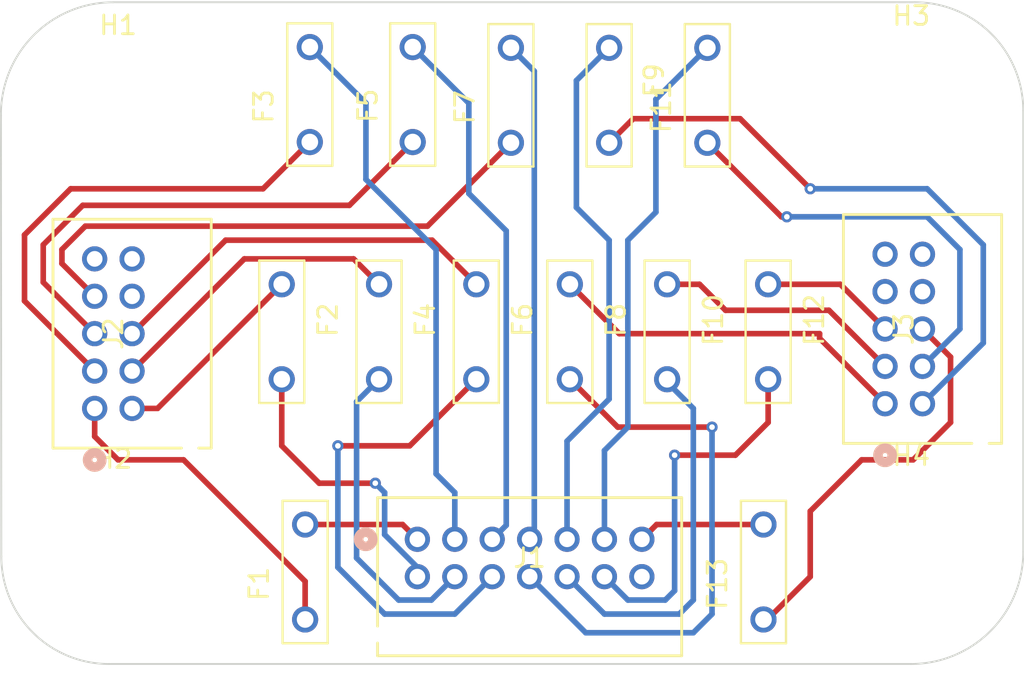
<source format=kicad_pcb>
(kicad_pcb (version 20241229) (generator "pcbnew") (generator_version "9.0")
  (layers (0 "F.Cu" signal) (2 "B.Cu" signal) (13 "F.Paste" user) (15 "B.Paste" user) (5 "F.SilkS" user "F.Silkscreen") (7 "B.SilkS" user "B.Silkscreen") (1 "F.Mask" user) (3 "B.Mask" user) (25 "Edge.Cuts" user))
  (net 0 "")
  (net 1 "Net-(F12-Pad2)")
  (net 2 "Net-(F8-Pad2)")
  (net 3 "Net-(F7-Pad2)")
  (net 4 "Net-(F9-Pad2)")
  (net 5 "Net-(F3-Pad2)")
  (net 6 "Net-(F11-Pad2)")
  (net 7 "Net-(F4-Pad2)")
  (net 8 "Net-(F2-Pad2)")
  (net 9 "Net-(F13-Pad2)")
  (net 10 "Net-(F6-Pad2)")
  (net 11 "Net-(F1-Pad2)")
  (net 12 "Net-(F5-Pad2)")
  (net 13 "Net-(F10-Pad2)")
  (net 14 "Net-(F13-Pad1)")
  (net 15 "Net-(F10-Pad1)")
  (net 16 "Net-(F12-Pad1)")
  (net 17 "Net-(F11-Pad1)")
  (net 18 "Net-(F9-Pad1)")
  (net 19 "Net-(F1-Pad1)")
  (net 20 "Net-(F5-Pad1)")
  (net 21 "Net-(F3-Pad1)")
  (net 22 "Net-(F6-Pad1)")
  (net 23 "Net-(F8-Pad1)")
  (net 24 "Net-(F4-Pad1)")
  (net 25 "Net-(F7-Pad1)")
  (net 26 "Net-(F2-Pad1)")
  (footprint "BK_PCS:FUSE_BK_PCS" (layer "F.Cu") (at 68.5 81.75 90)
    (property "Reference" "F11" (at -0.635 -2.465 270) (layer "F.SilkS"))
    (property "Value" "Fuse")
    (fp_line (start 3.81 -1.205) (end 3.81 1.205) (stroke (width 0.127)) (layer "F.SilkS"))
    (fp_line (start -3.81 -1.205) (end 3.81 -1.205) (stroke (width 0.127)) (layer "F.SilkS"))
    (fp_line (start 3.81 1.205) (end -3.81 1.205) (stroke (width 0.127)) (layer "F.SilkS"))
    (fp_line (start -3.81 1.205) (end -3.81 -1.205) (stroke (width 0.127)) (layer "F.SilkS"))
    (pad "1" thru_hole circle (at -2.54 0 90) (size 1.397 1.397) (drill 0.889) (layers "*.Cu" "*.Mask") (net 17 "Net-(F11-Pad1)"))
    (pad "2" thru_hole circle (at 2.54 0 90) (size 1.397 1.397) (drill 0.889) (layers "*.Cu" "*.Mask") (net 6 "Net-(F11-Pad2)"))
  )
  (footprint "BK_PCS:FUSE_BK_PCS" (layer "F.Cu") (at 71.5 107.25 90)
    (property "Reference" "F13" (at -0.635 -2.465 90) (layer "F.SilkS"))
    (property "Value" "Fuse")
    (fp_line (start 3.81 -1.205) (end 3.81 1.205) (stroke (width 0.127)) (layer "F.SilkS"))
    (fp_line (start -3.81 -1.205) (end 3.81 -1.205) (stroke (width 0.127)) (layer "F.SilkS"))
    (fp_line (start 3.81 1.205) (end -3.81 1.205) (stroke (width 0.127)) (layer "F.SilkS"))
    (fp_line (start -3.81 1.205) (end -3.81 -1.205) (stroke (width 0.127)) (layer "F.SilkS"))
    (pad "1" thru_hole circle (at -2.54 0 90) (size 1.397 1.397) (drill 0.889) (layers "*.Cu" "*.Mask") (net 14 "Net-(F13-Pad1)"))
    (pad "2" thru_hole circle (at 2.54 0 90) (size 1.397 1.397) (drill 0.889) (layers "*.Cu" "*.Mask") (net 9 "Net-(F13-Pad2)"))
  )
  (footprint "BK_PCS:FUSE_BK_PCS" (layer "F.Cu") (at 47 107.25 90)
    (property "Reference" "F1" (at -0.635 -2.465 90) (layer "F.SilkS"))
    (property "Value" "Fuse")
    (fp_line (start 3.81 -1.205) (end 3.81 1.205) (stroke (width 0.127)) (layer "F.SilkS"))
    (fp_line (start -3.81 -1.205) (end 3.81 -1.205) (stroke (width 0.127)) (layer "F.SilkS"))
    (fp_line (start 3.81 1.205) (end -3.81 1.205) (stroke (width 0.127)) (layer "F.SilkS"))
    (fp_line (start -3.81 1.205) (end -3.81 -1.205) (stroke (width 0.127)) (layer "F.SilkS"))
    (pad "1" thru_hole circle (at -2.54 0 90) (size 1.397 1.397) (drill 0.889) (layers "*.Cu" "*.Mask") (net 19 "Net-(F1-Pad1)"))
    (pad "2" thru_hole circle (at 2.54 0 90) (size 1.397 1.397) (drill 0.889) (layers "*.Cu" "*.Mask") (net 11 "Net-(F1-Pad2)"))
  )
  (footprint "BK_PCS:FUSE_BK_PCS" (layer "F.Cu") (at 61.15 94.400002 -90)
    (property "Reference" "F8" (at -0.635 -2.465 90) (layer "F.SilkS"))
    (property "Value" "Fuse")
    (fp_line (start -3.81 1.205) (end -3.81 -1.205) (stroke (width 0.127)) (layer "F.SilkS"))
    (fp_line (start 3.81 1.205) (end -3.81 1.205) (stroke (width 0.127)) (layer "F.SilkS"))
    (fp_line (start -3.81 -1.205) (end 3.81 -1.205) (stroke (width 0.127)) (layer "F.SilkS"))
    (fp_line (start 3.81 -1.205) (end 3.81 1.205) (stroke (width 0.127)) (layer "F.SilkS"))
    (pad "1" thru_hole circle (at -2.54 0 270) (size 1.397 1.397) (drill 0.889) (layers "*.Cu" "*.Mask") (net 23 "Net-(F8-Pad1)"))
    (pad "2" thru_hole circle (at 2.54 0 270) (size 1.397 1.397) (drill 0.889) (layers "*.Cu" "*.Mask") (net 2 "Net-(F8-Pad2)"))
  )
  (footprint "MountingHole:MountingHole_4.3mm_M4" (layer "F.Cu") (at 36.75 106.5)
    (property "Reference" "H2" (at 0 -5.3 0) (layer "F.SilkS"))
    (property "Value" "MountingHole")
    (pad "" np_thru_hole circle (at 0 0) (size 4.3 4.3) (drill 4.3) (layers "*.Cu" "*.Mask"))
  )
  (footprint "BK_PCS:FUSE_BK_PCS" (layer "F.Cu") (at 56.15 94.400002 -90)
    (property "Reference" "F6" (at -0.635 -2.465 90) (layer "F.SilkS"))
    (property "Value" "Fuse")
    (fp_line (start -3.81 1.205) (end -3.81 -1.205) (stroke (width 0.127)) (layer "F.SilkS"))
    (fp_line (start 3.81 1.205) (end -3.81 1.205) (stroke (width 0.127)) (layer "F.SilkS"))
    (fp_line (start -3.81 -1.205) (end 3.81 -1.205) (stroke (width 0.127)) (layer "F.SilkS"))
    (fp_line (start 3.81 -1.205) (end 3.81 1.205) (stroke (width 0.127)) (layer "F.SilkS"))
    (pad "1" thru_hole circle (at -2.54 0 270) (size 1.397 1.397) (drill 0.889) (layers "*.Cu" "*.Mask") (net 22 "Net-(F6-Pad1)"))
    (pad "2" thru_hole circle (at 2.54 0 270) (size 1.397 1.397) (drill 0.889) (layers "*.Cu" "*.Mask") (net 10 "Net-(F6-Pad2)"))
  )
  (footprint "BK_PCS:FUSE_BK_PCS" (layer "F.Cu") (at 58 81.75 90)
    (property "Reference" "F7" (at -0.635 -2.465 90) (layer "F.SilkS"))
    (property "Value" "Fuse")
    (fp_line (start 3.81 -1.205) (end 3.81 1.205) (stroke (width 0.127)) (layer "F.SilkS"))
    (fp_line (start -3.81 -1.205) (end 3.81 -1.205) (stroke (width 0.127)) (layer "F.SilkS"))
    (fp_line (start 3.81 1.205) (end -3.81 1.205) (stroke (width 0.127)) (layer "F.SilkS"))
    (fp_line (start -3.81 1.205) (end -3.81 -1.205) (stroke (width 0.127)) (layer "F.SilkS"))
    (pad "1" thru_hole circle (at -2.54 0 90) (size 1.397 1.397) (drill 0.889) (layers "*.Cu" "*.Mask") (net 25 "Net-(F7-Pad1)"))
    (pad "2" thru_hole circle (at 2.54 0 90) (size 1.397 1.397) (drill 0.889) (layers "*.Cu" "*.Mask") (net 3 "Net-(F7-Pad2)"))
  )
  (footprint "BK_PCS:FUSE_BK_PCS" (layer "F.Cu") (at 71.75 94.400002 -90)
    (property "Reference" "F12" (at -0.635 -2.465 90) (layer "F.SilkS"))
    (property "Value" "Fuse")
    (fp_line (start -3.81 1.205) (end -3.81 -1.205) (stroke (width 0.127)) (layer "F.SilkS"))
    (fp_line (start 3.81 1.205) (end -3.81 1.205) (stroke (width 0.127)) (layer "F.SilkS"))
    (fp_line (start -3.81 -1.205) (end 3.81 -1.205) (stroke (width 0.127)) (layer "F.SilkS"))
    (fp_line (start 3.81 -1.205) (end 3.81 1.205) (stroke (width 0.127)) (layer "F.SilkS"))
    (pad "1" thru_hole circle (at -2.54 0 270) (size 1.397 1.397) (drill 0.889) (layers "*.Cu" "*.Mask") (net 16 "Net-(F12-Pad1)"))
    (pad "2" thru_hole circle (at 2.54 0 270) (size 1.397 1.397) (drill 0.889) (layers "*.Cu" "*.Mask") (net 1 "Net-(F12-Pad2)"))
  )
  (footprint "MountingHole:MountingHole_4.3mm_M4" (layer "F.Cu") (at 36.75 82.95)
    (property "Reference" "H1" (at 0.25 -4.95 0) (layer "F.SilkS"))
    (property "Value" "MountingHole")
    (pad "" np_thru_hole circle (at 0 0) (size 4.3 4.3) (drill 4.3) (layers "*.Cu" "*.Mask"))
  )
  (footprint "iGrid_14:CONN14_5016451420_MOL" (layer "F.Cu") (at 52.999999 105.5)
    (property "Reference" "J1" (at 6.000001 1 0) (layer "F.SilkS"))
    (property "Value" "5016451420")
    (fp_line (start -2.127999 -2.226999) (end -2.127999 4.650251) (stroke (width 0.1524)) (layer "F.SilkS"))
    (fp_line (start -2.127999 5.549748) (end -2.127999 6.231201) (stroke (width 0.1524)) (layer "F.SilkS"))
    (fp_line (start -2.127999 6.231201) (end 14.128001 6.231201) (stroke (width 0.1524)) (layer "F.SilkS"))
    (fp_line (start 14.128001 -2.226999) (end -2.127999 -2.226999) (stroke (width 0.1524)) (layer "F.SilkS"))
    (fp_line (start 14.128001 6.231201) (end 14.128001 -2.226999) (stroke (width 0.1524)) (layer "F.SilkS"))
    (fp_circle (center -2.762999 0) (end -2.381999 0) (stroke (width 0.508)) (fill no) (layer "F.SilkS"))
    (fp_circle (center -2.762999 0) (end -2.381999 0) (stroke (width 0.508)) (fill no) (layer "B.SilkS"))
    (pad "" np_thru_hole circle (at -1.2 5.099999) (size 1.397 1.397) (drill 1.397) (layers "*.Cu" "*.Mask"))
    (pad "1" thru_hole circle (at 0 0) (size 1.3462 1.3462) (drill 0.8382) (layers "*.Cu" "*.Mask") (net 11 "Net-(F1-Pad2)"))
    (pad "2" thru_hole circle (at 0 2.000001) (size 1.3462 1.3462) (drill 0.8382) (layers "*.Cu" "*.Mask") (net 8 "Net-(F2-Pad2)"))
    (pad "3" thru_hole circle (at 2.000001 0) (size 1.3462 1.3462) (drill 0.8382) (layers "*.Cu" "*.Mask") (net 5 "Net-(F3-Pad2)"))
    (pad "4" thru_hole circle (at 2.000001 2.000001) (size 1.3462 1.3462) (drill 0.8382) (layers "*.Cu" "*.Mask") (net 7 "Net-(F4-Pad2)"))
    (pad "5" thru_hole circle (at 4 0) (size 1.3462 1.3462) (drill 0.8382) (layers "*.Cu" "*.Mask") (net 12 "Net-(F5-Pad2)"))
    (pad "6" thru_hole circle (at 4 2.000001) (size 1.3462 1.3462) (drill 0.8382) (layers "*.Cu" "*.Mask") (net 10 "Net-(F6-Pad2)"))
    (pad "7" thru_hole circle (at 6.000001 0) (size 1.3462 1.3462) (drill 0.8382) (layers "*.Cu" "*.Mask") (net 3 "Net-(F7-Pad2)"))
    (pad "8" thru_hole circle (at 6.000001 2.000001) (size 1.3462 1.3462) (drill 0.8382) (layers "*.Cu" "*.Mask") (net 2 "Net-(F8-Pad2)"))
    (pad "9" thru_hole circle (at 8.000002 0) (size 1.3462 1.3462) (drill 0.8382) (layers "*.Cu" "*.Mask") (net 4 "Net-(F9-Pad2)"))
    (pad "10" thru_hole circle (at 8.000002 2.000001) (size 1.3462 1.3462) (drill 0.8382) (layers "*.Cu" "*.Mask") (net 13 "Net-(F10-Pad2)"))
    (pad "11" thru_hole circle (at 10 0) (size 1.3462 1.3462) (drill 0.8382) (layers "*.Cu" "*.Mask") (net 6 "Net-(F11-Pad2)"))
    (pad "12" thru_hole circle (at 10 2.000001) (size 1.3462 1.3462) (drill 0.8382) (layers "*.Cu" "*.Mask") (net 1 "Net-(F12-Pad2)"))
    (pad "13" thru_hole circle (at 12.000002 0) (size 1.3462 1.3462) (drill 0.8382) (layers "*.Cu" "*.Mask") (net 9 "Net-(F13-Pad2)"))
    (pad "14" thru_hole circle (at 12.000002 2.000001) (size 1.3462 1.3462) (drill 0.8382) (layers "*.Cu" "*.Mask"))
  )
  (footprint "MountingHole:MountingHole_4.3mm_M4" (layer "F.Cu") (at 79.4 82.8)
    (property "Reference" "H3" (at 0 -5.3 0) (layer "F.SilkS"))
    (property "Value" "MountingHole")
    (pad "" np_thru_hole circle (at 0 0) (size 4.3 4.3) (drill 4.3) (layers "*.Cu" "*.Mask"))
  )
  (footprint "BK_PCS:FUSE_BK_PCS" (layer "F.Cu") (at 52.75 81.71 90)
    (property "Reference" "F5" (at -0.6 -2.4 270) (layer "F.SilkS"))
    (property "Value" "Fuse")
    (fp_line (start 3.81 -1.205) (end 3.81 1.205) (stroke (width 0.127)) (layer "F.SilkS"))
    (fp_line (start -3.81 -1.205) (end 3.81 -1.205) (stroke (width 0.127)) (layer "F.SilkS"))
    (fp_line (start 3.81 1.205) (end -3.81 1.205) (stroke (width 0.127)) (layer "F.SilkS"))
    (fp_line (start -3.81 1.205) (end -3.81 -1.205) (stroke (width 0.127)) (layer "F.SilkS"))
    (pad "1" thru_hole circle (at -2.54 0 90) (size 1.397 1.397) (drill 0.889) (layers "*.Cu" "*.Mask") (net 20 "Net-(F5-Pad1)"))
    (pad "2" thru_hole circle (at 2.54 0 90) (size 1.397 1.397) (drill 0.889) (layers "*.Cu" "*.Mask") (net 12 "Net-(F5-Pad2)"))
  )
  (footprint "BK_PCS:FUSE_BK_PCS" (layer "F.Cu") (at 66.35 94.400002 -90)
    (property "Reference" "F10" (at -0.635 -2.465 90) (layer "F.SilkS"))
    (property "Value" "Fuse")
    (fp_line (start -3.81 1.205) (end -3.81 -1.205) (stroke (width 0.127)) (layer "F.SilkS"))
    (fp_line (start 3.81 1.205) (end -3.81 1.205) (stroke (width 0.127)) (layer "F.SilkS"))
    (fp_line (start -3.81 -1.205) (end 3.81 -1.205) (stroke (width 0.127)) (layer "F.SilkS"))
    (fp_line (start 3.81 -1.205) (end 3.81 1.205) (stroke (width 0.127)) (layer "F.SilkS"))
    (pad "1" thru_hole circle (at -2.54 0 270) (size 1.397 1.397) (drill 0.889) (layers "*.Cu" "*.Mask") (net 15 "Net-(F10-Pad1)"))
    (pad "2" thru_hole circle (at 2.54 0 270) (size 1.397 1.397) (drill 0.889) (layers "*.Cu" "*.Mask") (net 13 "Net-(F10-Pad2)"))
  )
  (footprint "BK_PCS:FUSE_BK_PCS" (layer "F.Cu") (at 50.95 94.400002 -90)
    (property "Reference" "F4" (at -0.635 -2.465 90) (layer "F.SilkS"))
    (property "Value" "Fuse")
    (fp_line (start -3.81 1.205) (end -3.81 -1.205) (stroke (width 0.127)) (layer "F.SilkS"))
    (fp_line (start 3.81 1.205) (end -3.81 1.205) (stroke (width 0.127)) (layer "F.SilkS"))
    (fp_line (start -3.81 -1.205) (end 3.81 -1.205) (stroke (width 0.127)) (layer "F.SilkS"))
    (fp_line (start 3.81 -1.205) (end 3.81 1.205) (stroke (width 0.127)) (layer "F.SilkS"))
    (pad "1" thru_hole circle (at -2.54 0 270) (size 1.397 1.397) (drill 0.889) (layers "*.Cu" "*.Mask") (net 24 "Net-(F4-Pad1)"))
    (pad "2" thru_hole circle (at 2.54 0 270) (size 1.397 1.397) (drill 0.889) (layers "*.Cu" "*.Mask") (net 7 "Net-(F4-Pad2)"))
  )
  (footprint "MountingHole:MountingHole_4.3mm_M4" (layer "F.Cu") (at 79.4 106.35)
    (property "Reference" "H4" (at 0 -5.3 0) (layer "F.SilkS"))
    (property "Value" "MountingHole")
    (pad "" np_thru_hole circle (at 0 0) (size 4.3 4.3) (drill 4.3) (layers "*.Cu" "*.Mask"))
  )
  (footprint "BK_PCS:FUSE_BK_PCS" (layer "F.Cu") (at 45.75 94.400002 -90)
    (property "Reference" "F2" (at -0.635 -2.465 90) (layer "F.SilkS"))
    (property "Value" "Fuse")
    (fp_line (start -3.81 1.205) (end -3.81 -1.205) (stroke (width 0.127)) (layer "F.SilkS"))
    (fp_line (start 3.81 1.205) (end -3.81 1.205) (stroke (width 0.127)) (layer "F.SilkS"))
    (fp_line (start -3.81 -1.205) (end 3.81 -1.205) (stroke (width 0.127)) (layer "F.SilkS"))
    (fp_line (start 3.81 -1.205) (end 3.81 1.205) (stroke (width 0.127)) (layer "F.SilkS"))
    (pad "1" thru_hole circle (at -2.54 0 270) (size 1.397 1.397) (drill 0.889) (layers "*.Cu" "*.Mask") (net 26 "Net-(F2-Pad1)"))
    (pad "2" thru_hole circle (at 2.54 0 270) (size 1.397 1.397) (drill 0.889) (layers "*.Cu" "*.Mask") (net 8 "Net-(F2-Pad2)"))
  )
  (footprint "iGrid_10:CONN10_5016451020_MOL" (layer "F.Cu") (at 77.999999 98.25 90)
    (property "Reference" "J3" (at 4 1 90) (layer "F.SilkS"))
    (property "Value" "5016451020")
    (fp_line (start 10.1214 -2.226999) (end -2.1214 -2.226999) (stroke (width 0.1524)) (layer "F.SilkS"))
    (fp_line (start -2.1214 -2.226999) (end -2.1214 4.636882) (stroke (width 0.1524)) (layer "F.SilkS"))
    (fp_line (start -2.1214 5.563117) (end -2.1214 6.231201) (stroke (width 0.1524)) (layer "F.SilkS"))
    (fp_line (start 10.1214 6.231201) (end 10.1214 -2.226999) (stroke (width 0.1524)) (layer "F.SilkS"))
    (fp_line (start -2.1214 6.231201) (end 10.1214 6.231201) (stroke (width 0.1524)) (layer "F.SilkS"))
    (fp_circle (center -2.7564 0) (end -2.3754 0) (stroke (width 0.508)) (fill no) (layer "F.SilkS"))
    (fp_circle (center -2.7564 0) (end -2.3754 0) (stroke (width 0.508)) (fill no) (layer "B.SilkS"))
    (pad "" np_thru_hole circle (at -1.2 5.099999 90) (size 1.397 1.397) (drill 1.397) (layers "*.Cu" "*.Mask"))
    (pad "1" thru_hole circle (at 0 0 90) (size 1.3462 1.3462) (drill 0.8382) (layers "*.Cu" "*.Mask") (net 23 "Net-(F8-Pad1)"))
    (pad "2" thru_hole circle (at 0 2.000001 90) (size 1.3462 1.3462) (drill 0.8382) (layers "*.Cu" "*.Mask") (net 18 "Net-(F9-Pad1)"))
    (pad "3" thru_hole circle (at 1.999999 0 90) (size 1.3462 1.3462) (drill 0.8382) (layers "*.Cu" "*.Mask") (net 15 "Net-(F10-Pad1)"))
    (pad "4" thru_hole circle (at 1.999999 2.000001 90) (size 1.3462 1.3462) (drill 0.8382) (layers "*.Cu" "*.Mask") (net 17 "Net-(F11-Pad1)"))
    (pad "5" thru_hole circle (at 4 0 90) (size 1.3462 1.3462) (drill 0.8382) (layers "*.Cu" "*.Mask") (net 16 "Net-(F12-Pad1)"))
    (pad "6" thru_hole circle (at 4 2.000001 90) (size 1.3462 1.3462) (drill 0.8382) (layers "*.Cu" "*.Mask") (net 14 "Net-(F13-Pad1)"))
    (pad "7" thru_hole circle (at 6.000001 0 90) (size 1.3462 1.3462) (drill 0.8382) (layers "*.Cu" "*.Mask"))
    (pad "8" thru_hole circle (at 6.000001 2.000001 90) (size 1.3462 1.3462) (drill 0.8382) (layers "*.Cu" "*.Mask"))
    (pad "9" thru_hole circle (at 7.999999 0 90) (size 1.3462 1.3462) (drill 0.8382) (layers "*.Cu" "*.Mask"))
    (pad "10" thru_hole circle (at 7.999999 2.000001 90) (size 1.3462 1.3462) (drill 0.8382) (layers "*.Cu" "*.Mask"))
  )
  (footprint "BK_PCS:FUSE_BK_PCS" (layer "F.Cu") (at 47.25 81.71 90)
    (property "Reference" "F3" (at -0.635 -2.465 270) (layer "F.SilkS"))
    (property "Value" "Fuse")
    (fp_line (start 3.81 -1.205) (end 3.81 1.205) (stroke (width 0.127)) (layer "F.SilkS"))
    (fp_line (start -3.81 -1.205) (end 3.81 -1.205) (stroke (width 0.127)) (layer "F.SilkS"))
    (fp_line (start 3.81 1.205) (end -3.81 1.205) (stroke (width 0.127)) (layer "F.SilkS"))
    (fp_line (start -3.81 1.205) (end -3.81 -1.205) (stroke (width 0.127)) (layer "F.SilkS"))
    (pad "1" thru_hole circle (at -2.54 0 90) (size 1.397 1.397) (drill 0.889) (layers "*.Cu" "*.Mask") (net 21 "Net-(F3-Pad1)"))
    (pad "2" thru_hole circle (at 2.54 0 90) (size 1.397 1.397) (drill 0.889) (layers "*.Cu" "*.Mask") (net 5 "Net-(F3-Pad2)"))
  )
  (footprint "iGrid_10:CONN10_5016451020_MOL" (layer "F.Cu") (at 35.749999 98.500001 90)
    (property "Reference" "J2" (at 4 1 90) (layer "F.SilkS"))
    (property "Value" "5016451020")
    (fp_line (start 10.1214 -2.226999) (end -2.1214 -2.226999) (stroke (width 0.1524)) (layer "F.SilkS"))
    (fp_line (start -2.1214 -2.226999) (end -2.1214 4.636882) (stroke (width 0.1524)) (layer "F.SilkS"))
    (fp_line (start -2.1214 5.563117) (end -2.1214 6.231201) (stroke (width 0.1524)) (layer "F.SilkS"))
    (fp_line (start 10.1214 6.231201) (end 10.1214 -2.226999) (stroke (width 0.1524)) (layer "F.SilkS"))
    (fp_line (start -2.1214 6.231201) (end 10.1214 6.231201) (stroke (width 0.1524)) (layer "F.SilkS"))
    (fp_circle (center -2.7564 0) (end -2.3754 0) (stroke (width 0.508)) (fill no) (layer "F.SilkS"))
    (fp_circle (center -2.7564 0) (end -2.3754 0) (stroke (width 0.508)) (fill no) (layer "B.SilkS"))
    (pad "" np_thru_hole circle (at -1.2 5.099999 90) (size 1.397 1.397) (drill 1.397) (layers "*.Cu" "*.Mask"))
    (pad "1" thru_hole circle (at 0 0 90) (size 1.3462 1.3462) (drill 0.8382) (layers "*.Cu" "*.Mask") (net 19 "Net-(F1-Pad1)"))
    (pad "2" thru_hole circle (at 0 2.000001 90) (size 1.3462 1.3462) (drill 0.8382) (layers "*.Cu" "*.Mask") (net 26 "Net-(F2-Pad1)"))
    (pad "3" thru_hole circle (at 1.999999 0 90) (size 1.3462 1.3462) (drill 0.8382) (layers "*.Cu" "*.Mask") (net 21 "Net-(F3-Pad1)"))
    (pad "4" thru_hole circle (at 1.999999 2.000001 90) (size 1.3462 1.3462) (drill 0.8382) (layers "*.Cu" "*.Mask") (net 24 "Net-(F4-Pad1)"))
    (pad "5" thru_hole circle (at 4 0 90) (size 1.3462 1.3462) (drill 0.8382) (layers "*.Cu" "*.Mask") (net 20 "Net-(F5-Pad1)"))
    (pad "6" thru_hole circle (at 4 2.000001 90) (size 1.3462 1.3462) (drill 0.8382) (layers "*.Cu" "*.Mask") (net 22 "Net-(F6-Pad1)"))
    (pad "7" thru_hole circle (at 6.000001 0 90) (size 1.3462 1.3462) (drill 0.8382) (layers "*.Cu" "*.Mask") (net 25 "Net-(F7-Pad1)"))
    (pad "8" thru_hole circle (at 6.000001 2.000001 90) (size 1.3462 1.3462) (drill 0.8382) (layers "*.Cu" "*.Mask"))
    (pad "9" thru_hole circle (at 7.999999 0 90) (size 1.3462 1.3462) (drill 0.8382) (layers "*.Cu" "*.Mask"))
    (pad "10" thru_hole circle (at 7.999999 2.000001 90) (size 1.3462 1.3462) (drill 0.8382) (layers "*.Cu" "*.Mask"))
  )
  (footprint "BK_PCS:FUSE_BK_PCS" (layer "F.Cu") (at 63.25 81.75 90)
    (property "Reference" "F9" (at 0.8 2.4 90) (layer "F.SilkS"))
    (property "Value" "Fuse")
    (fp_line (start 3.81 -1.205) (end 3.81 1.205) (stroke (width 0.127)) (layer "F.SilkS"))
    (fp_line (start -3.81 -1.205) (end 3.81 -1.205) (stroke (width 0.127)) (layer "F.SilkS"))
    (fp_line (start 3.81 1.205) (end -3.81 1.205) (stroke (width 0.127)) (layer "F.SilkS"))
    (fp_line (start -3.81 1.205) (end -3.81 -1.205) (stroke (width 0.127)) (layer "F.SilkS"))
    (pad "1" thru_hole circle (at -2.54 0 90) (size 1.397 1.397) (drill 0.889) (layers "*.Cu" "*.Mask") (net 18 "Net-(F9-Pad1)"))
    (pad "2" thru_hole circle (at 2.54 0 90) (size 1.397 1.397) (drill 0.889) (layers "*.Cu" "*.Mask") (net 4 "Net-(F9-Pad2)"))
  )
  (gr_arc (start 36.5107 112.170724) (mid 32.444847 110.486588) (end 30.760696 106.405804) (stroke (width 0.1)) (layer "Edge.Cuts"))
  (gr_line (start 36.5107 112.170724) (end 79.377495 112.170724) (stroke (width 0.1)) (layer "Edge.Cuts"))
  (gr_arc (start 30.73951 82.822827) (mid 32.495676 78.530419) (end 36.735981 76.774027) (stroke (width 0.1)) (layer "Edge.Cuts"))
  (gr_line (start 30.760696 106.405804) (end 30.73951 82.822827) (stroke (width 0.1)) (layer "Edge.Cuts"))
  (gr_arc (start 79.586 76.770724) (mid 83.6872 78.469505) (end 85.385981 82.570724) (stroke (width 0.1)) (layer "Edge.Cuts"))
  (gr_line (start 79.586 76.770724) (end 36.735981 76.770724) (stroke (width 0.1)) (layer "Edge.Cuts"))
  (gr_arc (start 85.385981 106.17072) (mid 83.628622 110.413365) (end 79.377495 112.170724) (stroke (width 0.1)) (layer "Edge.Cuts"))
  (gr_line (start 85.385981 82.570724) (end 85.385981 106.17072) (stroke (width 0.1)) (layer "Edge.Cuts"))
  (segment (start 71.75 99.25) (end 71.75 96.940002) (width 0.3) (layer "F.Cu") (net 1))
  (segment (start 70 101) (end 71.75 99.25) (width 0.3) (layer "F.Cu") (net 1))
  (segment (start 66.75 101) (end 70 101) (width 0.3) (layer "F.Cu") (net 1))
  (via (at 66.75 101) (size 0.6) (drill 0.3) (layers "F.Cu" "B.Cu") (net 1))
  (segment (start 64.249998 108.75) (end 62.999999 107.500001) (width 0.3) (layer "B.Cu") (net 1))
  (segment (start 66.75 101) (end 66.75 108.25) (width 0.3) (layer "B.Cu") (net 1))
  (segment (start 66.25 108.75) (end 64.249998 108.75) (width 0.3) (layer "B.Cu") (net 1))
  (segment (start 66.75 108.25) (end 66.25 108.75) (width 0.3) (layer "B.Cu") (net 1))
  (segment (start 63.709998 99.5) (end 61.15 96.940002) (width 0.3) (layer "F.Cu") (net 2))
  (segment (start 68.75 99.5) (end 63.709998 99.5) (width 0.3) (layer "F.Cu") (net 2))
  (via (at 68.75 99.5) (size 0.6) (drill 0.3) (layers "F.Cu" "B.Cu") (net 2))
  (segment (start 68.75 109.5) (end 68.75 99.5) (width 0.3) (layer "B.Cu") (net 2))
  (segment (start 67.75 110.5) (end 68.75 109.5) (width 0.3) (layer "B.Cu") (net 2))
  (segment (start 59 107.500001) (end 61.999999 110.5) (width 0.3) (layer "B.Cu") (net 2))
  (segment (start 61.999999 110.5) (end 67.75 110.5) (width 0.3) (layer "B.Cu") (net 2))
  (segment (start 58 79.21) (end 59.25 80.46) (width 0.3) (layer "B.Cu") (net 3))
  (segment (start 59.25 80.46) (end 59.25 105.25) (width 0.3) (layer "B.Cu") (net 3))
  (segment (start 59.25 105.25) (end 59 105.5) (width 0.3) (layer "B.Cu") (net 3))
  (segment (start 61 105.499999) (end 61.000001 105.5) (width 0.3) (layer "B.Cu") (net 4))
  (segment (start 61.5 87.75) (end 63.25 89.5) (width 0.3) (layer "B.Cu") (net 4))
  (segment (start 61 100.25) (end 61 105.499999) (width 0.3) (layer "B.Cu") (net 4))
  (segment (start 63.25 89.5) (end 63.25 98) (width 0.3) (layer "B.Cu") (net 4))
  (segment (start 63.25 79.21) (end 61.5 80.96) (width 0.3) (layer "B.Cu") (net 4))
  (segment (start 63.25 98) (end 61 100.25) (width 0.3) (layer "B.Cu") (net 4))
  (segment (start 61.5 80.96) (end 61.5 87.75) (width 0.3) (layer "B.Cu") (net 4))
  (segment (start 54 90) (end 50.25 86.25) (width 0.3) (layer "B.Cu") (net 5))
  (segment (start 54 102) (end 54 90) (width 0.3) (layer "B.Cu") (net 5))
  (segment (start 55 105.5) (end 55 103) (width 0.3) (layer "B.Cu") (net 5))
  (segment (start 55 103) (end 54 102) (width 0.3) (layer "B.Cu") (net 5))
  (segment (start 50.25 86.25) (end 50.25 82.17) (width 0.3) (layer "B.Cu") (net 5))
  (segment (start 50.25 82.17) (end 47.25 79.17) (width 0.3) (layer "B.Cu") (net 5))
  (segment (start 65.75 81.96) (end 68.5 79.21) (width 0.3) (layer "B.Cu") (net 6))
  (segment (start 64.25 89.5) (end 65.75 88) (width 0.3) (layer "B.Cu") (net 6))
  (segment (start 64.25 99.5) (end 64.25 89.5) (width 0.3) (layer "B.Cu") (net 6))
  (segment (start 65.75 88) (end 65.75 81.96) (width 0.3) (layer "B.Cu") (net 6))
  (segment (start 62.999999 100.750001) (end 64.25 99.5) (width 0.3) (layer "B.Cu") (net 6))
  (segment (start 62.999999 105.5) (end 62.999999 100.750001) (width 0.3) (layer "B.Cu") (net 6))
  (segment (start 52 108.75) (end 49.75 106.5) (width 0.3) (layer "B.Cu") (net 7))
  (segment (start 49.75 106.5) (end 49.75 98.140002) (width 0.3) (layer "B.Cu") (net 7))
  (segment (start 53.750001 108.75) (end 52 108.75) (width 0.3) (layer "B.Cu") (net 7))
  (segment (start 55 107.500001) (end 53.750001 108.75) (width 0.3) (layer "B.Cu") (net 7))
  (segment (start 49.75 98.140002) (end 50.95 96.940002) (width 0.3) (layer "B.Cu") (net 7))
  (segment (start 50.749999 102.500001) (end 47.750001 102.500001) (width 0.3) (layer "F.Cu") (net 8))
  (segment (start 47.750001 102.500001) (end 45.75 100.5) (width 0.3) (layer "F.Cu") (net 8))
  (segment (start 45.75 100.5) (end 45.75 96.940002) (width 0.3) (layer "F.Cu") (net 8))
  (via (at 50.749999 102.500001) (size 0.6) (drill 0.3) (layers "F.Cu" "B.Cu") (net 8))
  (segment (start 51.25 103.000002) (end 50.749999 102.500001) (width 0.3) (layer "B.Cu") (net 8))
  (segment (start 52.999999 106.999999) (end 51.250001 105.250001) (width 0.3) (layer "B.Cu") (net 8))
  (segment (start 51.25 105.250001) (end 51.25 103.000002) (width 0.3) (layer "B.Cu") (net 8))
  (segment (start 52.999999 107.500001) (end 52.999999 106.999999) (width 0.3) (layer "B.Cu") (net 8))
  (segment (start 65.000001 105.5) (end 65.790001 104.71) (width 0.3) (layer "F.Cu") (net 9))
  (segment (start 65.790001 104.71) (end 71.5 104.71) (width 0.3) (layer "F.Cu") (net 9))
  (segment (start 52.590002 100.5) (end 56.15 96.940002) (width 0.3) (layer "F.Cu") (net 10))
  (segment (start 48.75 100.5) (end 52.590002 100.5) (width 0.3) (layer "F.Cu") (net 10))
  (via (at 48.75 100.5) (size 0.6) (drill 0.3) (layers "F.Cu" "B.Cu") (net 10))
  (segment (start 55 109.5) (end 51.25 109.5) (width 0.3) (layer "B.Cu") (net 10))
  (segment (start 56.999999 107.500001) (end 55 109.5) (width 0.3) (layer "B.Cu") (net 10))
  (segment (start 48.75 107) (end 48.75 100.5) (width 0.3) (layer "B.Cu") (net 10))
  (segment (start 51.25 109.5) (end 48.75 107) (width 0.3) (layer "B.Cu") (net 10))
  (segment (start 52.209999 104.71) (end 47 104.71) (width 0.3) (layer "F.Cu") (net 11))
  (segment (start 52.999999 105.5) (end 52.209999 104.71) (width 0.3) (layer "F.Cu") (net 11))
  (segment (start 57.75 104.749999) (end 56.999999 105.5) (width 0.3) (layer "B.Cu") (net 12))
  (segment (start 57.75 89) (end 57.75 104.749999) (width 0.3) (layer "B.Cu") (net 12))
  (segment (start 52.75 79.17) (end 55.75 82.17) (width 0.3) (layer "B.Cu") (net 12))
  (segment (start 55.75 82.17) (end 55.75 87) (width 0.3) (layer "B.Cu") (net 12))
  (segment (start 55.75 87) (end 57.75 89) (width 0.3) (layer "B.Cu") (net 12))
  (segment (start 66.35 96.940002) (end 66.35 97.1) (width 0.3) (layer "B.Cu") (net 13))
  (segment (start 63 109.5) (end 61.000001 107.500001) (width 0.3) (layer "B.Cu") (net 13))
  (segment (start 67.75 108.75) (end 67 109.5) (width 0.3) (layer "B.Cu") (net 13))
  (segment (start 66.35 97.1) (end 67.75 98.5) (width 0.3) (layer "B.Cu") (net 13))
  (segment (start 67 109.5) (end 63 109.5) (width 0.3) (layer "B.Cu") (net 13))
  (segment (start 67.75 98.5) (end 67.75 108.75) (width 0.3) (layer "B.Cu") (net 13))
  (segment (start 76.75 101.25) (end 79.5 101.25) (width 0.3) (layer "F.Cu") (net 14))
  (segment (start 74 104) (end 76.75 101.25) (width 0.3) (layer "F.Cu") (net 14))
  (segment (start 71.5 109.79) (end 71.71 109.79) (width 0.3) (layer "F.Cu") (net 14))
  (segment (start 71.71 109.79) (end 74 107.5) (width 0.3) (layer "F.Cu") (net 14))
  (segment (start 74 107.5) (end 74 104) (width 0.3) (layer "F.Cu") (net 14))
  (segment (start 81.5 95.75) (end 80 94.25) (width 0.3) (layer "F.Cu") (net 14))
  (segment (start 81.5 99.25) (end 81.5 95.75) (width 0.3) (layer "F.Cu") (net 14))
  (segment (start 79.5 101.25) (end 81.5 99.25) (width 0.3) (layer "F.Cu") (net 14))
  (segment (start 77.999999 96.250001) (end 74.999998 93.25) (width 0.3) (layer "F.Cu") (net 15))
  (segment (start 69.473505 93.25) (end 68.083507 91.860002) (width 0.3) (layer "F.Cu") (net 15))
  (segment (start 68.083507 91.860002) (end 66.35 91.860002) (width 0.3) (layer "F.Cu") (net 15))
  (segment (start 74.999998 93.25) (end 69.473505 93.25) (width 0.3) (layer "F.Cu") (net 15))
  (segment (start 71.75 91.860002) (end 75.610001 91.860002) (width 0.3) (layer "F.Cu") (net 16))
  (segment (start 75.610001 91.860002) (end 77.999999 94.25) (width 0.3) (layer "F.Cu") (net 16))
  (segment (start 72.46 88.25) (end 72.75 88.25) (width 0.3) (layer "F.Cu") (net 17))
  (segment (start 68.5 84.29) (end 72.46 88.25) (width 0.3) (layer "F.Cu") (net 17))
  (via (at 72.75 88.25) (size 0.6) (drill 0.3) (layers "F.Cu" "B.Cu") (net 17))
  (segment (start 82 94.250001) (end 80 96.250001) (width 0.3) (layer "B.Cu") (net 17))
  (segment (start 72.75 88.25) (end 80.25 88.25) (width 0.3) (layer "B.Cu") (net 17))
  (segment (start 82 90) (end 82 94.250001) (width 0.3) (layer "B.Cu") (net 17))
  (segment (start 80.25 88.25) (end 82 90) (width 0.3) (layer "B.Cu") (net 17))
  (segment (start 70.25 83) (end 64.54 83) (width 0.3) (layer "F.Cu") (net 18))
  (segment (start 64.54 83) (end 63.25 84.29) (width 0.3) (layer "F.Cu") (net 18))
  (segment (start 74 86.75) (end 70.25 83) (width 0.3) (layer "F.Cu") (net 18))
  (via (at 74 86.75) (size 0.6) (drill 0.3) (layers "F.Cu" "B.Cu") (net 18))
  (segment (start 80 98.25) (end 83.25 95) (width 0.3) (layer "B.Cu") (net 18))
  (segment (start 83.25 89.75) (end 80.25 86.75) (width 0.3) (layer "B.Cu") (net 18))
  (segment (start 83.25 95) (end 83.25 89.75) (width 0.3) (layer "B.Cu") (net 18))
  (segment (start 80.25 86.75) (end 74 86.75) (width 0.3) (layer "B.Cu") (net 18))
  (segment (start 37 101.25) (end 35.749999 99.999999) (width 0.3) (layer "F.Cu") (net 19))
  (segment (start 35.749999 99.999999) (end 35.749999 98.500001) (width 0.3) (layer "F.Cu") (net 19))
  (segment (start 47 109.79) (end 47 107.75) (width 0.3) (layer "F.Cu") (net 19))
  (segment (start 47 107.75) (end 40.5 101.25) (width 0.3) (layer "F.Cu") (net 19))
  (segment (start 40.5 101.25) (end 37 101.25) (width 0.3) (layer "F.Cu") (net 19))
  (segment (start 35.749999 94.500001) (end 33 91.750002) (width 0.3) (layer "F.Cu") (net 20))
  (segment (start 33 89.75) (end 35.114085 87.635915) (width 0.3) (layer "F.Cu") (net 20))
  (segment (start 33 91.750002) (end 33 89.75) (width 0.3) (layer "F.Cu") (net 20))
  (segment (start 49.364085 87.635915) (end 52.75 84.25) (width 0.3) (layer "F.Cu") (net 20))
  (segment (start 35.114085 87.635915) (end 49.364085 87.635915) (width 0.3) (layer "F.Cu") (net 20))
  (segment (start 32 89.217614) (end 32 92.750003) (width 0.3) (layer "F.Cu") (net 21))
  (segment (start 44.75 86.75) (end 34.467614 86.75) (width 0.3) (layer "F.Cu") (net 21))
  (segment (start 34.467614 86.75) (end 32 89.217614) (width 0.3) (layer "F.Cu") (net 21))
  (segment (start 32 92.750003) (end 35.749999 96.500002) (width 0.3) (layer "F.Cu") (net 21))
  (segment (start 47.25 84.25) (end 44.75 86.75) (width 0.3) (layer "F.Cu") (net 21))
  (segment (start 53.789998 89.5) (end 42.750001 89.5) (width 0.3) (layer "F.Cu") (net 22))
  (segment (start 56.15 91.860002) (end 53.789998 89.5) (width 0.3) (layer "F.Cu") (net 22))
  (segment (start 42.750001 89.5) (end 37.75 94.500001) (width 0.3) (layer "F.Cu") (net 22))
  (segment (start 77.999999 98.25) (end 74.5 94.750001) (width 0.3) (layer "F.Cu") (net 23))
  (segment (start 63.789998 94.5) (end 61.15 91.860002) (width 0.3) (layer "F.Cu") (net 23))
  (segment (start 74.5 94.750001) (end 74.5 94.5) (width 0.3) (layer "F.Cu") (net 23))
  (segment (start 74.5 94.5) (end 63.789998 94.5) (width 0.3) (layer "F.Cu") (net 23))
  (segment (start 43.750002 90.5) (end 37.75 96.500002) (width 0.3) (layer "F.Cu") (net 24))
  (segment (start 49.589998 90.5) (end 43.750002 90.5) (width 0.3) (layer "F.Cu") (net 24))
  (segment (start 50.95 91.860002) (end 49.589998 90.5) (width 0.3) (layer "F.Cu") (net 24))
  (segment (start 35.25 88.75) (end 53.54 88.75) (width 0.3) (layer "F.Cu") (net 25))
  (segment (start 35.749999 92.5) (end 34 90.750001) (width 0.3) (layer "F.Cu") (net 25))
  (segment (start 34 90.750001) (end 34 90) (width 0.3) (layer "F.Cu") (net 25))
  (segment (start 34 90) (end 35.25 88.75) (width 0.3) (layer "F.Cu") (net 25))
  (segment (start 53.54 88.75) (end 58 84.29) (width 0.3) (layer "F.Cu") (net 25))
  (segment (start 45.75 91.860002) (end 39.110001 98.500001) (width 0.3) (layer "F.Cu") (net 26))
  (segment (start 39.110001 98.500001) (end 37.75 98.500001) (width 0.3) (layer "F.Cu") (net 26))
)
</source>
